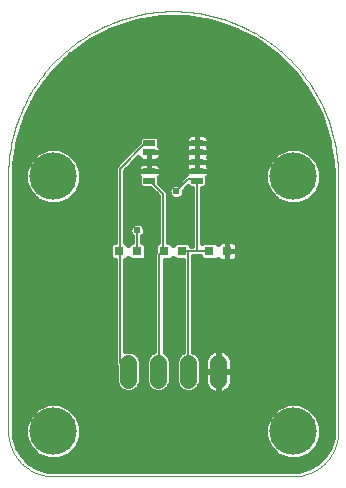
<source format=gtl>
G75*
%MOIN*%
%OFA0B0*%
%FSLAX25Y25*%
%IPPOS*%
%LPD*%
%AMOC8*
5,1,8,0,0,1.08239X$1,22.5*
%
%ADD10R,0.03937X0.01969*%
%ADD11C,0.05543*%
%ADD12C,0.00000*%
%ADD13C,0.15811*%
%ADD14R,0.03150X0.03150*%
%ADD15C,0.00600*%
%ADD16C,0.02400*%
%ADD17C,0.01600*%
D10*
X0053808Y0117628D03*
X0053808Y0120778D03*
X0053808Y0127077D03*
X0053808Y0130226D03*
X0069831Y0130226D03*
X0069831Y0127077D03*
X0069831Y0123927D03*
X0069831Y0120778D03*
X0069831Y0117628D03*
D11*
X0066800Y0056778D02*
X0066800Y0051234D01*
X0076800Y0051234D02*
X0076800Y0056778D01*
X0056800Y0056778D02*
X0056800Y0051234D01*
X0046800Y0051234D02*
X0046800Y0056778D01*
D12*
X0021800Y0019006D02*
X0021438Y0019010D01*
X0021075Y0019024D01*
X0020713Y0019045D01*
X0020352Y0019076D01*
X0019992Y0019115D01*
X0019633Y0019163D01*
X0019275Y0019220D01*
X0018918Y0019285D01*
X0018563Y0019359D01*
X0018210Y0019442D01*
X0017859Y0019533D01*
X0017511Y0019632D01*
X0017165Y0019740D01*
X0016821Y0019856D01*
X0016481Y0019981D01*
X0016144Y0020113D01*
X0015810Y0020254D01*
X0015479Y0020403D01*
X0015152Y0020560D01*
X0014829Y0020724D01*
X0014510Y0020896D01*
X0014196Y0021076D01*
X0013885Y0021264D01*
X0013580Y0021459D01*
X0013279Y0021661D01*
X0012983Y0021871D01*
X0012693Y0022087D01*
X0012407Y0022311D01*
X0012127Y0022541D01*
X0011853Y0022778D01*
X0011585Y0023022D01*
X0011322Y0023272D01*
X0011066Y0023528D01*
X0010816Y0023791D01*
X0010572Y0024059D01*
X0010335Y0024333D01*
X0010105Y0024613D01*
X0009881Y0024899D01*
X0009665Y0025189D01*
X0009455Y0025485D01*
X0009253Y0025786D01*
X0009058Y0026091D01*
X0008870Y0026402D01*
X0008690Y0026716D01*
X0008518Y0027035D01*
X0008354Y0027358D01*
X0008197Y0027685D01*
X0008048Y0028016D01*
X0007907Y0028350D01*
X0007775Y0028687D01*
X0007650Y0029027D01*
X0007534Y0029371D01*
X0007426Y0029717D01*
X0007327Y0030065D01*
X0007236Y0030416D01*
X0007153Y0030769D01*
X0007079Y0031124D01*
X0007014Y0031481D01*
X0006957Y0031839D01*
X0006909Y0032198D01*
X0006870Y0032558D01*
X0006839Y0032919D01*
X0006818Y0033281D01*
X0006804Y0033644D01*
X0006800Y0034006D01*
X0006800Y0119006D01*
X0006816Y0120345D01*
X0006865Y0121684D01*
X0006947Y0123021D01*
X0007061Y0124355D01*
X0007207Y0125687D01*
X0007386Y0127014D01*
X0007597Y0128337D01*
X0007841Y0129654D01*
X0008116Y0130965D01*
X0008423Y0132268D01*
X0008762Y0133564D01*
X0009132Y0134851D01*
X0009533Y0136129D01*
X0009966Y0137397D01*
X0010429Y0138654D01*
X0010923Y0139899D01*
X0011447Y0141132D01*
X0012000Y0142351D01*
X0012584Y0143557D01*
X0013196Y0144748D01*
X0013837Y0145924D01*
X0014507Y0147084D01*
X0015205Y0148227D01*
X0015930Y0149353D01*
X0016683Y0150461D01*
X0017462Y0151551D01*
X0018268Y0152621D01*
X0019099Y0153671D01*
X0019956Y0154700D01*
X0020838Y0155709D01*
X0021743Y0156695D01*
X0022673Y0157659D01*
X0023626Y0158601D01*
X0024601Y0159519D01*
X0025599Y0160412D01*
X0026618Y0161282D01*
X0027658Y0162126D01*
X0028718Y0162944D01*
X0029798Y0163737D01*
X0030896Y0164503D01*
X0032014Y0165242D01*
X0033148Y0165954D01*
X0034300Y0166637D01*
X0035468Y0167293D01*
X0036652Y0167920D01*
X0037850Y0168518D01*
X0039063Y0169086D01*
X0040289Y0169625D01*
X0041528Y0170134D01*
X0042779Y0170612D01*
X0044042Y0171060D01*
X0045314Y0171477D01*
X0046597Y0171863D01*
X0047889Y0172218D01*
X0049189Y0172541D01*
X0050496Y0172832D01*
X0051810Y0173091D01*
X0053130Y0173318D01*
X0054455Y0173513D01*
X0055785Y0173676D01*
X0057118Y0173806D01*
X0058453Y0173904D01*
X0059791Y0173969D01*
X0061130Y0174002D01*
X0062470Y0174002D01*
X0063809Y0173969D01*
X0065147Y0173904D01*
X0066482Y0173806D01*
X0067815Y0173676D01*
X0069145Y0173513D01*
X0070470Y0173318D01*
X0071790Y0173091D01*
X0073104Y0172832D01*
X0074411Y0172541D01*
X0075711Y0172218D01*
X0077003Y0171863D01*
X0078286Y0171477D01*
X0079558Y0171060D01*
X0080821Y0170612D01*
X0082072Y0170134D01*
X0083311Y0169625D01*
X0084537Y0169086D01*
X0085750Y0168518D01*
X0086948Y0167920D01*
X0088132Y0167293D01*
X0089300Y0166637D01*
X0090452Y0165954D01*
X0091586Y0165242D01*
X0092704Y0164503D01*
X0093802Y0163737D01*
X0094882Y0162944D01*
X0095942Y0162126D01*
X0096982Y0161282D01*
X0098001Y0160412D01*
X0098999Y0159519D01*
X0099974Y0158601D01*
X0100927Y0157659D01*
X0101857Y0156695D01*
X0102762Y0155709D01*
X0103644Y0154700D01*
X0104501Y0153671D01*
X0105332Y0152621D01*
X0106138Y0151551D01*
X0106917Y0150461D01*
X0107670Y0149353D01*
X0108395Y0148227D01*
X0109093Y0147084D01*
X0109763Y0145924D01*
X0110404Y0144748D01*
X0111016Y0143557D01*
X0111600Y0142351D01*
X0112153Y0141132D01*
X0112677Y0139899D01*
X0113171Y0138654D01*
X0113634Y0137397D01*
X0114067Y0136129D01*
X0114468Y0134851D01*
X0114838Y0133564D01*
X0115177Y0132268D01*
X0115484Y0130965D01*
X0115759Y0129654D01*
X0116003Y0128337D01*
X0116214Y0127014D01*
X0116393Y0125687D01*
X0116539Y0124355D01*
X0116653Y0123021D01*
X0116735Y0121684D01*
X0116784Y0120345D01*
X0116800Y0119006D01*
X0116800Y0034006D01*
X0116796Y0033644D01*
X0116782Y0033281D01*
X0116761Y0032919D01*
X0116730Y0032558D01*
X0116691Y0032198D01*
X0116643Y0031839D01*
X0116586Y0031481D01*
X0116521Y0031124D01*
X0116447Y0030769D01*
X0116364Y0030416D01*
X0116273Y0030065D01*
X0116174Y0029717D01*
X0116066Y0029371D01*
X0115950Y0029027D01*
X0115825Y0028687D01*
X0115693Y0028350D01*
X0115552Y0028016D01*
X0115403Y0027685D01*
X0115246Y0027358D01*
X0115082Y0027035D01*
X0114910Y0026716D01*
X0114730Y0026402D01*
X0114542Y0026091D01*
X0114347Y0025786D01*
X0114145Y0025485D01*
X0113935Y0025189D01*
X0113719Y0024899D01*
X0113495Y0024613D01*
X0113265Y0024333D01*
X0113028Y0024059D01*
X0112784Y0023791D01*
X0112534Y0023528D01*
X0112278Y0023272D01*
X0112015Y0023022D01*
X0111747Y0022778D01*
X0111473Y0022541D01*
X0111193Y0022311D01*
X0110907Y0022087D01*
X0110617Y0021871D01*
X0110321Y0021661D01*
X0110020Y0021459D01*
X0109715Y0021264D01*
X0109404Y0021076D01*
X0109090Y0020896D01*
X0108771Y0020724D01*
X0108448Y0020560D01*
X0108121Y0020403D01*
X0107790Y0020254D01*
X0107456Y0020113D01*
X0107119Y0019981D01*
X0106779Y0019856D01*
X0106435Y0019740D01*
X0106089Y0019632D01*
X0105741Y0019533D01*
X0105390Y0019442D01*
X0105037Y0019359D01*
X0104682Y0019285D01*
X0104325Y0019220D01*
X0103967Y0019163D01*
X0103608Y0019115D01*
X0103248Y0019076D01*
X0102887Y0019045D01*
X0102525Y0019024D01*
X0102162Y0019010D01*
X0101800Y0019006D01*
X0021800Y0019006D01*
D13*
X0021800Y0034006D03*
X0021800Y0119006D03*
X0101800Y0119006D03*
X0101800Y0034006D03*
D14*
X0079753Y0094006D03*
X0073847Y0094006D03*
X0064753Y0094006D03*
X0058847Y0094006D03*
X0049753Y0094006D03*
X0043847Y0094006D03*
D15*
X0044000Y0094006D01*
X0044000Y0121606D01*
X0052400Y0130006D01*
X0053600Y0130006D01*
X0053808Y0130226D01*
X0053808Y0117628D02*
X0054200Y0117406D01*
X0058400Y0113206D01*
X0058400Y0094006D01*
X0058847Y0094006D01*
X0058400Y0094006D02*
X0057200Y0092806D01*
X0057200Y0054406D01*
X0056800Y0054006D01*
X0046800Y0054006D02*
X0044000Y0056806D01*
X0044000Y0094006D01*
X0049753Y0094006D02*
X0049800Y0095006D01*
X0049800Y0101006D01*
X0062800Y0114006D02*
X0066800Y0118006D01*
X0068800Y0118006D01*
X0069831Y0117628D01*
X0069800Y0117406D01*
X0069800Y0094006D01*
X0066800Y0094006D01*
X0066800Y0054006D01*
X0066800Y0094006D02*
X0064753Y0094006D01*
X0069800Y0094006D02*
X0073847Y0094006D01*
D16*
X0062800Y0114006D03*
X0049800Y0101006D03*
D17*
X0011328Y0025970D02*
X0013764Y0023534D01*
X0016749Y0021811D01*
X0020077Y0020919D01*
X0021800Y0020806D01*
X0101800Y0020806D01*
X0103523Y0020919D01*
X0106851Y0021811D01*
X0109836Y0023534D01*
X0112272Y0025970D01*
X0113995Y0028954D01*
X0114887Y0032283D01*
X0115000Y0034006D01*
X0115000Y0119006D01*
X0114836Y0123180D01*
X0113530Y0131425D01*
X0110950Y0139365D01*
X0107160Y0146803D01*
X0102254Y0153557D01*
X0096351Y0159459D01*
X0096351Y0159460D01*
X0089597Y0164366D01*
X0082159Y0168156D01*
X0074219Y0170736D01*
X0065974Y0172042D01*
X0057626Y0172042D01*
X0049381Y0170736D01*
X0041441Y0168156D01*
X0034003Y0164366D01*
X0027249Y0159459D01*
X0021346Y0153557D01*
X0016440Y0146803D01*
X0012650Y0139365D01*
X0010070Y0131425D01*
X0008764Y0123180D01*
X0008600Y0119006D01*
X0008600Y0034006D01*
X0008713Y0032283D01*
X0009605Y0028954D01*
X0011328Y0025970D01*
X0011898Y0025400D02*
X0018260Y0025400D01*
X0019949Y0024700D02*
X0016529Y0026117D01*
X0013911Y0028735D01*
X0012494Y0032155D01*
X0012494Y0035857D01*
X0013911Y0039277D01*
X0016529Y0041895D01*
X0019949Y0043311D01*
X0023651Y0043311D01*
X0027071Y0041895D01*
X0029689Y0039277D01*
X0031105Y0035857D01*
X0031105Y0032155D01*
X0029689Y0028735D01*
X0027071Y0026117D01*
X0023651Y0024700D01*
X0019949Y0024700D01*
X0016069Y0022203D02*
X0107531Y0022203D01*
X0105340Y0025400D02*
X0111702Y0025400D01*
X0112866Y0026998D02*
X0107953Y0026998D01*
X0107071Y0026117D02*
X0109689Y0028735D01*
X0111105Y0032155D01*
X0111105Y0035857D01*
X0109689Y0039277D01*
X0107071Y0041895D01*
X0103651Y0043311D01*
X0099949Y0043311D01*
X0096529Y0041895D01*
X0093911Y0039277D01*
X0092494Y0035857D01*
X0092494Y0032155D01*
X0093911Y0028735D01*
X0096529Y0026117D01*
X0099949Y0024700D01*
X0103651Y0024700D01*
X0107071Y0026117D01*
X0109551Y0028597D02*
X0113789Y0028597D01*
X0114328Y0030195D02*
X0110294Y0030195D01*
X0110956Y0031794D02*
X0114756Y0031794D01*
X0114960Y0033393D02*
X0111105Y0033393D01*
X0111105Y0034991D02*
X0115000Y0034991D01*
X0115000Y0036590D02*
X0110802Y0036590D01*
X0110140Y0038188D02*
X0115000Y0038188D01*
X0115000Y0039787D02*
X0109179Y0039787D01*
X0107581Y0041385D02*
X0115000Y0041385D01*
X0115000Y0042984D02*
X0104442Y0042984D01*
X0099158Y0042984D02*
X0024442Y0042984D01*
X0027581Y0041385D02*
X0096019Y0041385D01*
X0094421Y0039787D02*
X0029179Y0039787D01*
X0030140Y0038188D02*
X0093460Y0038188D01*
X0092798Y0036590D02*
X0030802Y0036590D01*
X0031105Y0034991D02*
X0092494Y0034991D01*
X0092494Y0033393D02*
X0031105Y0033393D01*
X0030956Y0031794D02*
X0092644Y0031794D01*
X0093306Y0030195D02*
X0030294Y0030195D01*
X0029551Y0028597D02*
X0094049Y0028597D01*
X0095647Y0026998D02*
X0027953Y0026998D01*
X0025340Y0025400D02*
X0098260Y0025400D01*
X0110103Y0023801D02*
X0013497Y0023801D01*
X0015647Y0026998D02*
X0010734Y0026998D01*
X0009811Y0028597D02*
X0014049Y0028597D01*
X0013306Y0030195D02*
X0009272Y0030195D01*
X0008844Y0031794D02*
X0012644Y0031794D01*
X0012494Y0033393D02*
X0008640Y0033393D01*
X0008600Y0034991D02*
X0012494Y0034991D01*
X0012798Y0036590D02*
X0008600Y0036590D01*
X0008600Y0038188D02*
X0013460Y0038188D01*
X0014421Y0039787D02*
X0008600Y0039787D01*
X0008600Y0041385D02*
X0016019Y0041385D01*
X0019158Y0042984D02*
X0008600Y0042984D01*
X0008600Y0044582D02*
X0115000Y0044582D01*
X0115000Y0046181D02*
X0008600Y0046181D01*
X0008600Y0047779D02*
X0044356Y0047779D01*
X0044437Y0047698D02*
X0045970Y0047063D01*
X0047630Y0047063D01*
X0049163Y0047698D01*
X0050337Y0048871D01*
X0050972Y0050404D01*
X0050972Y0057607D01*
X0050337Y0059141D01*
X0049163Y0060314D01*
X0047630Y0060949D01*
X0045970Y0060949D01*
X0045700Y0060837D01*
X0045700Y0091031D01*
X0046002Y0091031D01*
X0046800Y0091829D01*
X0047598Y0091031D01*
X0051907Y0091031D01*
X0052728Y0091851D01*
X0052728Y0096161D01*
X0051907Y0096981D01*
X0051500Y0096981D01*
X0051500Y0099029D01*
X0052004Y0099533D01*
X0052400Y0100489D01*
X0052400Y0101523D01*
X0052004Y0102479D01*
X0051273Y0103210D01*
X0050317Y0103606D01*
X0049283Y0103606D01*
X0048327Y0103210D01*
X0047596Y0102479D01*
X0047200Y0101523D01*
X0047200Y0100489D01*
X0047596Y0099533D01*
X0048100Y0099029D01*
X0048100Y0096981D01*
X0047598Y0096981D01*
X0046800Y0096183D01*
X0046002Y0096981D01*
X0045700Y0096981D01*
X0045700Y0120902D01*
X0050174Y0125376D01*
X0050399Y0124987D01*
X0050734Y0124652D01*
X0051145Y0124415D01*
X0051602Y0124293D01*
X0053808Y0124293D01*
X0056013Y0124293D01*
X0056471Y0124415D01*
X0056882Y0124652D01*
X0057217Y0124987D01*
X0057454Y0125398D01*
X0057576Y0125856D01*
X0057576Y0127077D01*
X0057576Y0128298D01*
X0057454Y0128756D01*
X0057217Y0129166D01*
X0057176Y0129207D01*
X0057176Y0131791D01*
X0056356Y0132611D01*
X0051259Y0132611D01*
X0050439Y0131791D01*
X0050439Y0130449D01*
X0043296Y0123306D01*
X0042300Y0122310D01*
X0042300Y0096981D01*
X0041693Y0096981D01*
X0040872Y0096161D01*
X0040872Y0091851D01*
X0041693Y0091031D01*
X0042300Y0091031D01*
X0042300Y0056102D01*
X0042628Y0055773D01*
X0042628Y0050404D01*
X0043263Y0048871D01*
X0044437Y0047698D01*
X0043054Y0049378D02*
X0008600Y0049378D01*
X0008600Y0050976D02*
X0042628Y0050976D01*
X0042628Y0052575D02*
X0008600Y0052575D01*
X0008600Y0054173D02*
X0042628Y0054173D01*
X0042628Y0055772D02*
X0008600Y0055772D01*
X0008600Y0057370D02*
X0042300Y0057370D01*
X0042300Y0058969D02*
X0008600Y0058969D01*
X0008600Y0060567D02*
X0042300Y0060567D01*
X0042300Y0062166D02*
X0008600Y0062166D01*
X0008600Y0063764D02*
X0042300Y0063764D01*
X0042300Y0065363D02*
X0008600Y0065363D01*
X0008600Y0066961D02*
X0042300Y0066961D01*
X0042300Y0068560D02*
X0008600Y0068560D01*
X0008600Y0070158D02*
X0042300Y0070158D01*
X0042300Y0071757D02*
X0008600Y0071757D01*
X0008600Y0073355D02*
X0042300Y0073355D01*
X0042300Y0074954D02*
X0008600Y0074954D01*
X0008600Y0076552D02*
X0042300Y0076552D01*
X0042300Y0078151D02*
X0008600Y0078151D01*
X0008600Y0079749D02*
X0042300Y0079749D01*
X0042300Y0081348D02*
X0008600Y0081348D01*
X0008600Y0082946D02*
X0042300Y0082946D01*
X0042300Y0084545D02*
X0008600Y0084545D01*
X0008600Y0086143D02*
X0042300Y0086143D01*
X0042300Y0087742D02*
X0008600Y0087742D01*
X0008600Y0089340D02*
X0042300Y0089340D01*
X0042300Y0090939D02*
X0008600Y0090939D01*
X0008600Y0092537D02*
X0040872Y0092537D01*
X0040872Y0094136D02*
X0008600Y0094136D01*
X0008600Y0095734D02*
X0040872Y0095734D01*
X0042300Y0097333D02*
X0008600Y0097333D01*
X0008600Y0098931D02*
X0042300Y0098931D01*
X0042300Y0100530D02*
X0008600Y0100530D01*
X0008600Y0102128D02*
X0042300Y0102128D01*
X0042300Y0103727D02*
X0008600Y0103727D01*
X0008600Y0105326D02*
X0042300Y0105326D01*
X0042300Y0106924D02*
X0008600Y0106924D01*
X0008600Y0108523D02*
X0042300Y0108523D01*
X0042300Y0110121D02*
X0024667Y0110121D01*
X0023651Y0109700D02*
X0027071Y0111117D01*
X0029689Y0113735D01*
X0031105Y0117155D01*
X0031105Y0120857D01*
X0029689Y0124277D01*
X0027071Y0126895D01*
X0023651Y0128311D01*
X0019949Y0128311D01*
X0016529Y0126895D01*
X0013911Y0124277D01*
X0012494Y0120857D01*
X0012494Y0117155D01*
X0013911Y0113735D01*
X0016529Y0111117D01*
X0019949Y0109700D01*
X0023651Y0109700D01*
X0027674Y0111720D02*
X0042300Y0111720D01*
X0042300Y0113318D02*
X0029272Y0113318D01*
X0030178Y0114917D02*
X0042300Y0114917D01*
X0042300Y0116515D02*
X0030840Y0116515D01*
X0031105Y0118114D02*
X0042300Y0118114D01*
X0042300Y0119712D02*
X0031105Y0119712D01*
X0030918Y0121311D02*
X0042300Y0121311D01*
X0042899Y0122909D02*
X0030255Y0122909D01*
X0029458Y0124508D02*
X0044498Y0124508D01*
X0046096Y0126106D02*
X0027860Y0126106D01*
X0025116Y0127705D02*
X0047695Y0127705D01*
X0049293Y0129303D02*
X0009734Y0129303D01*
X0009481Y0127705D02*
X0018484Y0127705D01*
X0015740Y0126106D02*
X0009227Y0126106D01*
X0008974Y0124508D02*
X0014142Y0124508D01*
X0013345Y0122909D02*
X0008753Y0122909D01*
X0008691Y0121311D02*
X0012682Y0121311D01*
X0012494Y0119712D02*
X0008628Y0119712D01*
X0008600Y0118114D02*
X0012494Y0118114D01*
X0012759Y0116515D02*
X0008600Y0116515D01*
X0008600Y0114917D02*
X0013422Y0114917D01*
X0014328Y0113318D02*
X0008600Y0113318D01*
X0008600Y0111720D02*
X0015926Y0111720D01*
X0018933Y0110121D02*
X0008600Y0110121D01*
X0009987Y0130902D02*
X0050439Y0130902D01*
X0051149Y0132500D02*
X0010419Y0132500D01*
X0010939Y0134099D02*
X0112661Y0134099D01*
X0112142Y0135697D02*
X0011458Y0135697D01*
X0011977Y0137296D02*
X0111623Y0137296D01*
X0111103Y0138894D02*
X0012497Y0138894D01*
X0013224Y0140493D02*
X0110376Y0140493D01*
X0109561Y0142091D02*
X0014039Y0142091D01*
X0014853Y0143690D02*
X0108747Y0143690D01*
X0107932Y0145288D02*
X0015668Y0145288D01*
X0016501Y0146887D02*
X0107099Y0146887D01*
X0105938Y0148485D02*
X0017662Y0148485D01*
X0018823Y0150084D02*
X0104777Y0150084D01*
X0103615Y0151682D02*
X0019985Y0151682D01*
X0021146Y0153281D02*
X0102454Y0153281D01*
X0100931Y0154879D02*
X0022669Y0154879D01*
X0024268Y0156478D02*
X0099332Y0156478D01*
X0097734Y0158076D02*
X0025866Y0158076D01*
X0027546Y0159675D02*
X0096054Y0159675D01*
X0093854Y0161273D02*
X0029746Y0161273D01*
X0031946Y0162872D02*
X0091654Y0162872D01*
X0089393Y0164470D02*
X0034207Y0164470D01*
X0037345Y0166069D02*
X0086255Y0166069D01*
X0083118Y0167667D02*
X0040482Y0167667D01*
X0044856Y0169266D02*
X0078744Y0169266D01*
X0073408Y0170864D02*
X0050192Y0170864D01*
X0056467Y0132500D02*
X0066607Y0132500D01*
X0066758Y0132651D02*
X0066423Y0132316D01*
X0066186Y0131905D01*
X0066063Y0131448D01*
X0066063Y0130226D01*
X0066063Y0129005D01*
X0066158Y0128652D01*
X0066063Y0128298D01*
X0066063Y0127077D01*
X0069831Y0127077D01*
X0069831Y0127077D01*
X0069831Y0129861D01*
X0069831Y0130226D01*
X0066063Y0130226D01*
X0069831Y0130226D01*
X0069831Y0130226D01*
X0069832Y0130226D01*
X0069832Y0130226D01*
X0073600Y0130226D01*
X0073600Y0129005D01*
X0073505Y0128652D01*
X0073600Y0128298D01*
X0073600Y0127077D01*
X0069832Y0127077D01*
X0069832Y0127077D01*
X0069831Y0127077D01*
X0066063Y0127077D01*
X0066063Y0125856D01*
X0066158Y0125502D01*
X0066063Y0125148D01*
X0066063Y0123927D01*
X0066063Y0122706D01*
X0066158Y0122352D01*
X0066063Y0121999D01*
X0066063Y0120778D01*
X0069831Y0120778D01*
X0069831Y0123562D01*
X0069831Y0123927D01*
X0066063Y0123927D01*
X0069831Y0123927D01*
X0069831Y0123927D01*
X0069832Y0123927D01*
X0069832Y0123927D01*
X0073600Y0123927D01*
X0073600Y0122706D01*
X0073505Y0122352D01*
X0073600Y0121999D01*
X0073600Y0120778D01*
X0069832Y0120778D01*
X0069832Y0120777D01*
X0073600Y0120777D01*
X0073600Y0119556D01*
X0073477Y0119099D01*
X0073240Y0118688D01*
X0073200Y0118648D01*
X0073200Y0116064D01*
X0072380Y0115244D01*
X0071500Y0115244D01*
X0071500Y0096788D01*
X0071693Y0096981D01*
X0076002Y0096981D01*
X0076576Y0096406D01*
X0076738Y0096686D01*
X0077073Y0097021D01*
X0077483Y0097258D01*
X0077941Y0097381D01*
X0079753Y0097381D01*
X0079753Y0094006D01*
X0083128Y0094006D01*
X0083128Y0095818D01*
X0083005Y0096275D01*
X0082768Y0096686D01*
X0082433Y0097021D01*
X0082022Y0097258D01*
X0081565Y0097381D01*
X0079753Y0097381D01*
X0079753Y0094006D01*
X0079753Y0094006D01*
X0079753Y0094006D01*
X0083128Y0094006D01*
X0083128Y0092194D01*
X0083005Y0091736D01*
X0082768Y0091326D01*
X0082433Y0090991D01*
X0082022Y0090754D01*
X0081565Y0090631D01*
X0079753Y0090631D01*
X0079753Y0094006D01*
X0079753Y0094006D01*
X0079753Y0090631D01*
X0077941Y0090631D01*
X0077483Y0090754D01*
X0077073Y0090991D01*
X0076738Y0091326D01*
X0076576Y0091605D01*
X0076002Y0091031D01*
X0071693Y0091031D01*
X0070872Y0091851D01*
X0070872Y0092306D01*
X0068500Y0092306D01*
X0068500Y0060589D01*
X0069163Y0060314D01*
X0070337Y0059141D01*
X0070972Y0057607D01*
X0070972Y0050404D01*
X0070337Y0048871D01*
X0069163Y0047698D01*
X0067630Y0047063D01*
X0065970Y0047063D01*
X0064437Y0047698D01*
X0063263Y0048871D01*
X0062628Y0050404D01*
X0062628Y0057607D01*
X0063263Y0059141D01*
X0064437Y0060314D01*
X0065100Y0060589D01*
X0065100Y0091031D01*
X0062598Y0091031D01*
X0061800Y0091829D01*
X0061002Y0091031D01*
X0058900Y0091031D01*
X0058900Y0060423D01*
X0059163Y0060314D01*
X0060337Y0059141D01*
X0060972Y0057607D01*
X0060972Y0050404D01*
X0060337Y0048871D01*
X0059163Y0047698D01*
X0057630Y0047063D01*
X0055970Y0047063D01*
X0054437Y0047698D01*
X0053263Y0048871D01*
X0052628Y0050404D01*
X0052628Y0057607D01*
X0053263Y0059141D01*
X0054437Y0060314D01*
X0055500Y0060754D01*
X0055500Y0093510D01*
X0055872Y0093882D01*
X0055872Y0096161D01*
X0056693Y0096981D01*
X0056700Y0096981D01*
X0056700Y0112502D01*
X0053958Y0115244D01*
X0051259Y0115244D01*
X0050439Y0116064D01*
X0050439Y0118648D01*
X0050399Y0118688D01*
X0050162Y0119099D01*
X0050039Y0119556D01*
X0050039Y0120777D01*
X0053808Y0120777D01*
X0053808Y0120778D01*
X0053808Y0120778D01*
X0053808Y0123562D01*
X0056013Y0123562D01*
X0056471Y0123439D01*
X0056882Y0123202D01*
X0057217Y0122867D01*
X0057454Y0122457D01*
X0057576Y0121999D01*
X0057576Y0120778D01*
X0053808Y0120778D01*
X0053808Y0123562D01*
X0051602Y0123562D01*
X0051145Y0123439D01*
X0050734Y0123202D01*
X0050399Y0122867D01*
X0050162Y0122457D01*
X0050039Y0121999D01*
X0050039Y0120778D01*
X0053808Y0120778D01*
X0053808Y0120777D01*
X0057576Y0120777D01*
X0057576Y0119556D01*
X0057454Y0119099D01*
X0057217Y0118688D01*
X0057176Y0118648D01*
X0057176Y0116834D01*
X0060100Y0113910D01*
X0060100Y0096981D01*
X0061002Y0096981D01*
X0061800Y0096183D01*
X0062598Y0096981D01*
X0066907Y0096981D01*
X0067728Y0096161D01*
X0067728Y0095706D01*
X0068100Y0095706D01*
X0068100Y0115244D01*
X0067283Y0115244D01*
X0066863Y0115664D01*
X0065400Y0114202D01*
X0065400Y0113489D01*
X0065004Y0112533D01*
X0064273Y0111802D01*
X0063317Y0111406D01*
X0062283Y0111406D01*
X0061327Y0111802D01*
X0060596Y0112533D01*
X0060200Y0113489D01*
X0060200Y0114523D01*
X0060596Y0115479D01*
X0061327Y0116210D01*
X0062283Y0116606D01*
X0062996Y0116606D01*
X0065100Y0118710D01*
X0066063Y0119673D01*
X0066063Y0120777D01*
X0069831Y0120777D01*
X0069831Y0120778D01*
X0069832Y0120778D01*
X0069832Y0123927D01*
X0073600Y0123927D01*
X0073600Y0125148D01*
X0073505Y0125502D01*
X0073600Y0125856D01*
X0073600Y0127077D01*
X0069832Y0127077D01*
X0069832Y0130226D01*
X0073600Y0130226D01*
X0073600Y0131448D01*
X0073477Y0131905D01*
X0073240Y0132316D01*
X0072905Y0132651D01*
X0072495Y0132888D01*
X0072037Y0133011D01*
X0069832Y0133011D01*
X0069832Y0130227D01*
X0069831Y0130227D01*
X0069831Y0133011D01*
X0067626Y0133011D01*
X0067168Y0132888D01*
X0066758Y0132651D01*
X0066063Y0130902D02*
X0057176Y0130902D01*
X0057176Y0129303D02*
X0066063Y0129303D01*
X0066063Y0127705D02*
X0057576Y0127705D01*
X0057576Y0127077D02*
X0053808Y0127077D01*
X0053808Y0127077D01*
X0057576Y0127077D01*
X0057576Y0126106D02*
X0066063Y0126106D01*
X0066063Y0124508D02*
X0056631Y0124508D01*
X0057175Y0122909D02*
X0066063Y0122909D01*
X0066063Y0121311D02*
X0057576Y0121311D01*
X0057576Y0119712D02*
X0066063Y0119712D01*
X0064504Y0118114D02*
X0057176Y0118114D01*
X0057495Y0116515D02*
X0062064Y0116515D01*
X0060363Y0114917D02*
X0059093Y0114917D01*
X0060100Y0113318D02*
X0060271Y0113318D01*
X0060100Y0111720D02*
X0061526Y0111720D01*
X0060100Y0110121D02*
X0068100Y0110121D01*
X0068100Y0108523D02*
X0060100Y0108523D01*
X0060100Y0106924D02*
X0068100Y0106924D01*
X0068100Y0105326D02*
X0060100Y0105326D01*
X0060100Y0103727D02*
X0068100Y0103727D01*
X0068100Y0102128D02*
X0060100Y0102128D01*
X0060100Y0100530D02*
X0068100Y0100530D01*
X0068100Y0098931D02*
X0060100Y0098931D01*
X0060100Y0097333D02*
X0068100Y0097333D01*
X0068100Y0095734D02*
X0067728Y0095734D01*
X0068500Y0090939D02*
X0077162Y0090939D01*
X0079753Y0090939D02*
X0079753Y0090939D01*
X0079753Y0092537D02*
X0079753Y0092537D01*
X0079753Y0094136D02*
X0079753Y0094136D01*
X0079753Y0095734D02*
X0079753Y0095734D01*
X0079753Y0097333D02*
X0079753Y0097333D01*
X0081743Y0097333D02*
X0115000Y0097333D01*
X0115000Y0098931D02*
X0071500Y0098931D01*
X0071500Y0097333D02*
X0077763Y0097333D01*
X0082343Y0090939D02*
X0115000Y0090939D01*
X0115000Y0092537D02*
X0083128Y0092537D01*
X0083128Y0094136D02*
X0115000Y0094136D01*
X0115000Y0095734D02*
X0083128Y0095734D01*
X0071500Y0100530D02*
X0115000Y0100530D01*
X0115000Y0102128D02*
X0071500Y0102128D01*
X0071500Y0103727D02*
X0115000Y0103727D01*
X0115000Y0105326D02*
X0071500Y0105326D01*
X0071500Y0106924D02*
X0115000Y0106924D01*
X0115000Y0108523D02*
X0071500Y0108523D01*
X0071500Y0110121D02*
X0098933Y0110121D01*
X0099949Y0109700D02*
X0103651Y0109700D01*
X0107071Y0111117D01*
X0109689Y0113735D01*
X0111105Y0117155D01*
X0111105Y0120857D01*
X0109689Y0124277D01*
X0107071Y0126895D01*
X0103651Y0128311D01*
X0099949Y0128311D01*
X0096529Y0126895D01*
X0093911Y0124277D01*
X0092494Y0120857D01*
X0092494Y0117155D01*
X0093911Y0113735D01*
X0096529Y0111117D01*
X0099949Y0109700D01*
X0095926Y0111720D02*
X0071500Y0111720D01*
X0071500Y0113318D02*
X0094328Y0113318D01*
X0093422Y0114917D02*
X0071500Y0114917D01*
X0073200Y0116515D02*
X0092759Y0116515D01*
X0092494Y0118114D02*
X0073200Y0118114D01*
X0073600Y0119712D02*
X0092494Y0119712D01*
X0092682Y0121311D02*
X0073600Y0121311D01*
X0073600Y0122909D02*
X0093345Y0122909D01*
X0094142Y0124508D02*
X0073600Y0124508D01*
X0073600Y0126106D02*
X0095740Y0126106D01*
X0098484Y0127705D02*
X0073600Y0127705D01*
X0073600Y0129303D02*
X0113866Y0129303D01*
X0114119Y0127705D02*
X0105116Y0127705D01*
X0107860Y0126106D02*
X0114373Y0126106D01*
X0114626Y0124508D02*
X0109458Y0124508D01*
X0110255Y0122909D02*
X0114847Y0122909D01*
X0114909Y0121311D02*
X0110918Y0121311D01*
X0111105Y0119712D02*
X0114972Y0119712D01*
X0115000Y0118114D02*
X0111105Y0118114D01*
X0110840Y0116515D02*
X0115000Y0116515D01*
X0115000Y0114917D02*
X0110178Y0114917D01*
X0109272Y0113318D02*
X0115000Y0113318D01*
X0115000Y0111720D02*
X0107674Y0111720D01*
X0104667Y0110121D02*
X0115000Y0110121D01*
X0115000Y0089340D02*
X0068500Y0089340D01*
X0068500Y0087742D02*
X0115000Y0087742D01*
X0115000Y0086143D02*
X0068500Y0086143D01*
X0068500Y0084545D02*
X0115000Y0084545D01*
X0115000Y0082946D02*
X0068500Y0082946D01*
X0068500Y0081348D02*
X0115000Y0081348D01*
X0115000Y0079749D02*
X0068500Y0079749D01*
X0068500Y0078151D02*
X0115000Y0078151D01*
X0115000Y0076552D02*
X0068500Y0076552D01*
X0068500Y0074954D02*
X0115000Y0074954D01*
X0115000Y0073355D02*
X0068500Y0073355D01*
X0068500Y0071757D02*
X0115000Y0071757D01*
X0115000Y0070158D02*
X0068500Y0070158D01*
X0068500Y0068560D02*
X0115000Y0068560D01*
X0115000Y0066961D02*
X0068500Y0066961D01*
X0068500Y0065363D02*
X0115000Y0065363D01*
X0115000Y0063764D02*
X0068500Y0063764D01*
X0068500Y0062166D02*
X0115000Y0062166D01*
X0115000Y0060567D02*
X0079362Y0060567D01*
X0079196Y0060688D02*
X0078555Y0061014D01*
X0077871Y0061237D01*
X0077160Y0061349D01*
X0076886Y0061349D01*
X0076886Y0054092D01*
X0076714Y0054092D01*
X0076714Y0061349D01*
X0076440Y0061349D01*
X0075729Y0061237D01*
X0075045Y0061014D01*
X0074404Y0060688D01*
X0073822Y0060265D01*
X0073313Y0059756D01*
X0072890Y0059174D01*
X0072563Y0058532D01*
X0072341Y0057848D01*
X0072228Y0057137D01*
X0072228Y0054092D01*
X0076714Y0054092D01*
X0076714Y0053920D01*
X0072228Y0053920D01*
X0072228Y0050874D01*
X0072341Y0050164D01*
X0072563Y0049479D01*
X0072890Y0048838D01*
X0073313Y0048256D01*
X0073822Y0047747D01*
X0074404Y0047324D01*
X0075045Y0046998D01*
X0075729Y0046775D01*
X0076440Y0046663D01*
X0076714Y0046663D01*
X0076714Y0053920D01*
X0076886Y0053920D01*
X0076886Y0054092D01*
X0081372Y0054092D01*
X0081372Y0057137D01*
X0081259Y0057848D01*
X0081037Y0058532D01*
X0080710Y0059174D01*
X0080287Y0059756D01*
X0079778Y0060265D01*
X0079196Y0060688D01*
X0080814Y0058969D02*
X0115000Y0058969D01*
X0115000Y0057370D02*
X0081335Y0057370D01*
X0081372Y0055772D02*
X0115000Y0055772D01*
X0115000Y0054173D02*
X0081372Y0054173D01*
X0081372Y0053920D02*
X0076886Y0053920D01*
X0076886Y0046663D01*
X0077160Y0046663D01*
X0077871Y0046775D01*
X0078555Y0046998D01*
X0079196Y0047324D01*
X0079778Y0047747D01*
X0080287Y0048256D01*
X0080710Y0048838D01*
X0081037Y0049479D01*
X0081259Y0050164D01*
X0081372Y0050874D01*
X0081372Y0053920D01*
X0081372Y0052575D02*
X0115000Y0052575D01*
X0115000Y0050976D02*
X0081372Y0050976D01*
X0080985Y0049378D02*
X0115000Y0049378D01*
X0115000Y0047779D02*
X0079810Y0047779D01*
X0076886Y0047779D02*
X0076714Y0047779D01*
X0076714Y0049378D02*
X0076886Y0049378D01*
X0076886Y0050976D02*
X0076714Y0050976D01*
X0076714Y0052575D02*
X0076886Y0052575D01*
X0076886Y0054173D02*
X0076714Y0054173D01*
X0076714Y0055772D02*
X0076886Y0055772D01*
X0076886Y0057370D02*
X0076714Y0057370D01*
X0076714Y0058969D02*
X0076886Y0058969D01*
X0076886Y0060567D02*
X0076714Y0060567D01*
X0074238Y0060567D02*
X0068552Y0060567D01*
X0070408Y0058969D02*
X0072786Y0058969D01*
X0072265Y0057370D02*
X0070972Y0057370D01*
X0070972Y0055772D02*
X0072228Y0055772D01*
X0072228Y0054173D02*
X0070972Y0054173D01*
X0070972Y0052575D02*
X0072228Y0052575D01*
X0072228Y0050976D02*
X0070972Y0050976D01*
X0070546Y0049378D02*
X0072615Y0049378D01*
X0073790Y0047779D02*
X0069244Y0047779D01*
X0064356Y0047779D02*
X0059244Y0047779D01*
X0060546Y0049378D02*
X0063054Y0049378D01*
X0062628Y0050976D02*
X0060972Y0050976D01*
X0060972Y0052575D02*
X0062628Y0052575D01*
X0062628Y0054173D02*
X0060972Y0054173D01*
X0060972Y0055772D02*
X0062628Y0055772D01*
X0062628Y0057370D02*
X0060972Y0057370D01*
X0060408Y0058969D02*
X0063192Y0058969D01*
X0065048Y0060567D02*
X0058900Y0060567D01*
X0058900Y0062166D02*
X0065100Y0062166D01*
X0065100Y0063764D02*
X0058900Y0063764D01*
X0058900Y0065363D02*
X0065100Y0065363D01*
X0065100Y0066961D02*
X0058900Y0066961D01*
X0058900Y0068560D02*
X0065100Y0068560D01*
X0065100Y0070158D02*
X0058900Y0070158D01*
X0058900Y0071757D02*
X0065100Y0071757D01*
X0065100Y0073355D02*
X0058900Y0073355D01*
X0058900Y0074954D02*
X0065100Y0074954D01*
X0065100Y0076552D02*
X0058900Y0076552D01*
X0058900Y0078151D02*
X0065100Y0078151D01*
X0065100Y0079749D02*
X0058900Y0079749D01*
X0058900Y0081348D02*
X0065100Y0081348D01*
X0065100Y0082946D02*
X0058900Y0082946D01*
X0058900Y0084545D02*
X0065100Y0084545D01*
X0065100Y0086143D02*
X0058900Y0086143D01*
X0058900Y0087742D02*
X0065100Y0087742D01*
X0065100Y0089340D02*
X0058900Y0089340D01*
X0058900Y0090939D02*
X0065100Y0090939D01*
X0055872Y0094136D02*
X0052728Y0094136D01*
X0052728Y0095734D02*
X0055872Y0095734D01*
X0056700Y0097333D02*
X0051500Y0097333D01*
X0051500Y0098931D02*
X0056700Y0098931D01*
X0056700Y0100530D02*
X0052400Y0100530D01*
X0052149Y0102128D02*
X0056700Y0102128D01*
X0056700Y0103727D02*
X0045700Y0103727D01*
X0045700Y0102128D02*
X0047451Y0102128D01*
X0047200Y0100530D02*
X0045700Y0100530D01*
X0045700Y0098931D02*
X0048100Y0098931D01*
X0048100Y0097333D02*
X0045700Y0097333D01*
X0045700Y0090939D02*
X0055500Y0090939D01*
X0055500Y0092537D02*
X0052728Y0092537D01*
X0055500Y0089340D02*
X0045700Y0089340D01*
X0045700Y0087742D02*
X0055500Y0087742D01*
X0055500Y0086143D02*
X0045700Y0086143D01*
X0045700Y0084545D02*
X0055500Y0084545D01*
X0055500Y0082946D02*
X0045700Y0082946D01*
X0045700Y0081348D02*
X0055500Y0081348D01*
X0055500Y0079749D02*
X0045700Y0079749D01*
X0045700Y0078151D02*
X0055500Y0078151D01*
X0055500Y0076552D02*
X0045700Y0076552D01*
X0045700Y0074954D02*
X0055500Y0074954D01*
X0055500Y0073355D02*
X0045700Y0073355D01*
X0045700Y0071757D02*
X0055500Y0071757D01*
X0055500Y0070158D02*
X0045700Y0070158D01*
X0045700Y0068560D02*
X0055500Y0068560D01*
X0055500Y0066961D02*
X0045700Y0066961D01*
X0045700Y0065363D02*
X0055500Y0065363D01*
X0055500Y0063764D02*
X0045700Y0063764D01*
X0045700Y0062166D02*
X0055500Y0062166D01*
X0055048Y0060567D02*
X0048552Y0060567D01*
X0050408Y0058969D02*
X0053192Y0058969D01*
X0052628Y0057370D02*
X0050972Y0057370D01*
X0050972Y0055772D02*
X0052628Y0055772D01*
X0052628Y0054173D02*
X0050972Y0054173D01*
X0050972Y0052575D02*
X0052628Y0052575D01*
X0052628Y0050976D02*
X0050972Y0050976D01*
X0050546Y0049378D02*
X0053054Y0049378D01*
X0054356Y0047779D02*
X0049244Y0047779D01*
X0045700Y0105326D02*
X0056700Y0105326D01*
X0056700Y0106924D02*
X0045700Y0106924D01*
X0045700Y0108523D02*
X0056700Y0108523D01*
X0056700Y0110121D02*
X0045700Y0110121D01*
X0045700Y0111720D02*
X0056700Y0111720D01*
X0055884Y0113318D02*
X0045700Y0113318D01*
X0045700Y0114917D02*
X0054285Y0114917D01*
X0050439Y0116515D02*
X0045700Y0116515D01*
X0045700Y0118114D02*
X0050439Y0118114D01*
X0050039Y0119712D02*
X0045700Y0119712D01*
X0046109Y0121311D02*
X0050039Y0121311D01*
X0050441Y0122909D02*
X0047707Y0122909D01*
X0049306Y0124508D02*
X0050984Y0124508D01*
X0053808Y0124508D02*
X0053808Y0124508D01*
X0053808Y0124293D02*
X0053808Y0127077D01*
X0053808Y0127077D01*
X0053808Y0124293D01*
X0053808Y0122909D02*
X0053808Y0122909D01*
X0053808Y0121311D02*
X0053808Y0121311D01*
X0053808Y0126106D02*
X0053808Y0126106D01*
X0064074Y0111720D02*
X0068100Y0111720D01*
X0068100Y0113318D02*
X0065329Y0113318D01*
X0066115Y0114917D02*
X0068100Y0114917D01*
X0069831Y0121311D02*
X0069832Y0121311D01*
X0069831Y0122909D02*
X0069832Y0122909D01*
X0069831Y0123927D02*
X0069831Y0126711D01*
X0069831Y0127077D01*
X0069832Y0127077D01*
X0069832Y0123927D01*
X0069831Y0123927D01*
X0069831Y0124508D02*
X0069832Y0124508D01*
X0069831Y0126106D02*
X0069832Y0126106D01*
X0069831Y0127705D02*
X0069832Y0127705D01*
X0069831Y0129303D02*
X0069832Y0129303D01*
X0069831Y0130902D02*
X0069832Y0130902D01*
X0069831Y0132500D02*
X0069832Y0132500D01*
X0073056Y0132500D02*
X0113181Y0132500D01*
X0113613Y0130902D02*
X0073600Y0130902D01*
M02*

</source>
